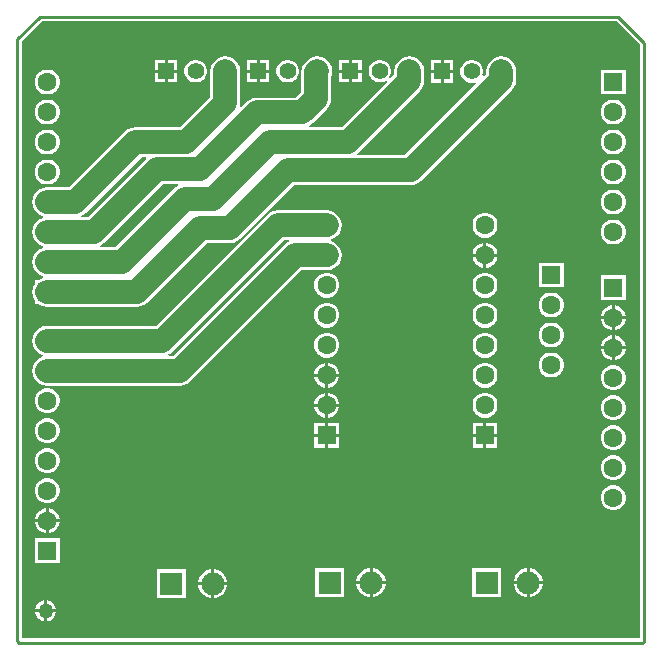
<source format=gbr>
G04*
G04 #@! TF.GenerationSoftware,Altium Limited,Altium Designer,22.4.2 (48)*
G04*
G04 Layer_Physical_Order=2*
G04 Layer_Color=16711680*
%FSLAX44Y44*%
%MOMM*%
G71*
G04*
G04 #@! TF.SameCoordinates,1039030C-265D-4712-A70C-599C82CECBD2*
G04*
G04*
G04 #@! TF.FilePolarity,Positive*
G04*
G01*
G75*
%ADD10C,2.0000*%
%ADD11C,1.6000*%
%ADD12R,1.6000X1.6000*%
%ADD13R,1.9500X1.9500*%
%ADD14C,1.9500*%
%ADD15C,1.4000*%
%ADD16R,1.4000X1.4000*%
%ADD17C,1.2700*%
%ADD18C,0.2540*%
G36*
X1277115Y1056391D02*
Y553885D01*
X753885D01*
Y1059391D01*
X770609Y1076115D01*
X1257391D01*
X1277115Y1056391D01*
D02*
G37*
%LPC*%
G36*
X885540Y1043540D02*
X877270D01*
Y1035270D01*
X885540D01*
Y1043540D01*
D02*
G37*
G36*
X874730D02*
X866460D01*
Y1035270D01*
X874730D01*
Y1043540D01*
D02*
G37*
G36*
X1041540Y1043540D02*
X1033270D01*
Y1035270D01*
X1041540D01*
Y1043540D01*
D02*
G37*
G36*
X1030730D02*
X1022460D01*
Y1035270D01*
X1030730D01*
Y1043540D01*
D02*
G37*
G36*
X963540D02*
X955270D01*
Y1035270D01*
X963540D01*
Y1043540D01*
D02*
G37*
G36*
X952730D02*
X944460D01*
Y1035270D01*
X952730D01*
Y1043540D01*
D02*
G37*
G36*
X1119270Y1043270D02*
X1111000D01*
Y1035000D01*
X1119270D01*
Y1043270D01*
D02*
G37*
G36*
X1108460D02*
X1100190D01*
Y1035000D01*
X1108460D01*
Y1043270D01*
D02*
G37*
G36*
X902255Y1043540D02*
X899744D01*
X897317Y1042890D01*
X895142Y1041634D01*
X893366Y1039858D01*
X892110Y1037682D01*
X891460Y1035256D01*
Y1032744D01*
X892110Y1030318D01*
X893366Y1028142D01*
X895142Y1026366D01*
X897317Y1025110D01*
X899744Y1024460D01*
X902255D01*
X904682Y1025110D01*
X906857Y1026366D01*
X908633Y1028142D01*
X909889Y1030318D01*
X910540Y1032744D01*
Y1035256D01*
X909889Y1037682D01*
X908633Y1039858D01*
X906857Y1041634D01*
X904682Y1042890D01*
X902255Y1043540D01*
D02*
G37*
G36*
X885540Y1032730D02*
X877270D01*
Y1024460D01*
X885540D01*
Y1032730D01*
D02*
G37*
G36*
X874730D02*
X866460D01*
Y1024460D01*
X874730D01*
Y1032730D01*
D02*
G37*
G36*
X1041540Y1032730D02*
X1033270D01*
Y1024460D01*
X1041540D01*
Y1032730D01*
D02*
G37*
G36*
X1030730D02*
X1022460D01*
Y1024460D01*
X1030730D01*
Y1032730D01*
D02*
G37*
G36*
X980256Y1043540D02*
X977744D01*
X975318Y1042890D01*
X973142Y1041634D01*
X971366Y1039858D01*
X970110Y1037682D01*
X969460Y1035256D01*
Y1032744D01*
X970110Y1030318D01*
X971366Y1028142D01*
X973142Y1026366D01*
X975318Y1025110D01*
X977744Y1024460D01*
X980256D01*
X982682Y1025110D01*
X984858Y1026366D01*
X986634Y1028142D01*
X987890Y1030318D01*
X988540Y1032744D01*
Y1035256D01*
X987890Y1037682D01*
X986634Y1039858D01*
X984858Y1041634D01*
X982682Y1042890D01*
X980256Y1043540D01*
D02*
G37*
G36*
X963540Y1032730D02*
X955270D01*
Y1024460D01*
X963540D01*
Y1032730D01*
D02*
G37*
G36*
X952730D02*
X944460D01*
Y1024460D01*
X952730D01*
Y1032730D01*
D02*
G37*
G36*
X1119270Y1032460D02*
X1111000D01*
Y1024190D01*
X1119270D01*
Y1032460D01*
D02*
G37*
G36*
X1108460D02*
X1100190D01*
Y1024190D01*
X1108460D01*
Y1032460D01*
D02*
G37*
G36*
X1265140Y1035340D02*
X1244060D01*
Y1014260D01*
X1265140D01*
Y1035340D01*
D02*
G37*
G36*
X776788D02*
X774012D01*
X771332Y1034622D01*
X768928Y1033234D01*
X766966Y1031272D01*
X765578Y1028868D01*
X764860Y1026188D01*
Y1023412D01*
X765578Y1020732D01*
X766966Y1018328D01*
X768928Y1016366D01*
X771332Y1014978D01*
X774012Y1014260D01*
X776788D01*
X779468Y1014978D01*
X781872Y1016366D01*
X783834Y1018328D01*
X785222Y1020732D01*
X785940Y1023412D01*
Y1026188D01*
X785222Y1028868D01*
X783834Y1031272D01*
X781872Y1033234D01*
X779468Y1034622D01*
X776788Y1035340D01*
D02*
G37*
G36*
X1255988Y1009940D02*
X1253212D01*
X1250532Y1009222D01*
X1248128Y1007834D01*
X1246166Y1005872D01*
X1244778Y1003468D01*
X1244060Y1000788D01*
Y998012D01*
X1244778Y995332D01*
X1246166Y992928D01*
X1248128Y990966D01*
X1250532Y989578D01*
X1253212Y988860D01*
X1255988D01*
X1258668Y989578D01*
X1261072Y990966D01*
X1263034Y992928D01*
X1264422Y995332D01*
X1265140Y998012D01*
Y1000788D01*
X1264422Y1003468D01*
X1263034Y1005872D01*
X1261072Y1007834D01*
X1258668Y1009222D01*
X1255988Y1009940D01*
D02*
G37*
G36*
X776788D02*
X774012D01*
X771332Y1009222D01*
X768928Y1007834D01*
X766966Y1005872D01*
X765578Y1003468D01*
X764860Y1000788D01*
Y998012D01*
X765578Y995332D01*
X766966Y992928D01*
X768928Y990966D01*
X771332Y989578D01*
X774012Y988860D01*
X776788D01*
X779468Y989578D01*
X781872Y990966D01*
X783834Y992928D01*
X785222Y995332D01*
X785940Y998012D01*
Y1000788D01*
X785222Y1003468D01*
X783834Y1005872D01*
X781872Y1007834D01*
X779468Y1009222D01*
X776788Y1009940D01*
D02*
G37*
G36*
X1255988Y984540D02*
X1253212D01*
X1250532Y983822D01*
X1248128Y982434D01*
X1246166Y980472D01*
X1244778Y978068D01*
X1244060Y975388D01*
Y972612D01*
X1244778Y969932D01*
X1246166Y967528D01*
X1248128Y965566D01*
X1250532Y964178D01*
X1253212Y963460D01*
X1255988D01*
X1258668Y964178D01*
X1261072Y965566D01*
X1263034Y967528D01*
X1264422Y969932D01*
X1265140Y972612D01*
Y975388D01*
X1264422Y978068D01*
X1263034Y980472D01*
X1261072Y982434D01*
X1258668Y983822D01*
X1255988Y984540D01*
D02*
G37*
G36*
X776788D02*
X774012D01*
X771332Y983822D01*
X768928Y982434D01*
X766966Y980472D01*
X765578Y978068D01*
X764860Y975388D01*
Y972612D01*
X765578Y969932D01*
X766966Y967528D01*
X768928Y965566D01*
X771332Y964178D01*
X774012Y963460D01*
X776788D01*
X779468Y964178D01*
X781872Y965566D01*
X783834Y967528D01*
X785222Y969932D01*
X785940Y972612D01*
Y975388D01*
X785222Y978068D01*
X783834Y980472D01*
X781872Y982434D01*
X779468Y983822D01*
X776788Y984540D01*
D02*
G37*
G36*
X1255988Y959140D02*
X1253212D01*
X1250532Y958422D01*
X1248128Y957034D01*
X1246166Y955072D01*
X1244778Y952668D01*
X1244060Y949988D01*
Y947212D01*
X1244778Y944532D01*
X1246166Y942128D01*
X1248128Y940166D01*
X1250532Y938778D01*
X1253212Y938060D01*
X1255988D01*
X1258668Y938778D01*
X1261072Y940166D01*
X1263034Y942128D01*
X1264422Y944532D01*
X1265140Y947212D01*
Y949988D01*
X1264422Y952668D01*
X1263034Y955072D01*
X1261072Y957034D01*
X1258668Y958422D01*
X1255988Y959140D01*
D02*
G37*
G36*
X776788D02*
X774012D01*
X771332Y958422D01*
X768928Y957034D01*
X766966Y955072D01*
X765578Y952668D01*
X764860Y949988D01*
Y947212D01*
X765578Y944532D01*
X766966Y942128D01*
X768928Y940166D01*
X771332Y938778D01*
X774012Y938060D01*
X776788D01*
X779468Y938778D01*
X781872Y940166D01*
X783834Y942128D01*
X785222Y944532D01*
X785940Y947212D01*
Y949988D01*
X785222Y952668D01*
X783834Y955072D01*
X781872Y957034D01*
X779468Y958422D01*
X776788Y959140D01*
D02*
G37*
G36*
X926000Y1046648D02*
X922726Y1046217D01*
X919676Y1044954D01*
X917056Y1042944D01*
X915046Y1040324D01*
X913783Y1037274D01*
X913352Y1034000D01*
Y1012239D01*
X887761Y986648D01*
X850000D01*
X846726Y986217D01*
X843676Y984954D01*
X841056Y982944D01*
X793961Y935848D01*
X775400D01*
X772126Y935417D01*
X769076Y934154D01*
X766456Y932144D01*
X764446Y929524D01*
X763183Y926474D01*
X762752Y923200D01*
X763183Y919926D01*
X764446Y916876D01*
X766456Y914256D01*
X769076Y912246D01*
X771633Y911187D01*
Y909813D01*
X769076Y908754D01*
X766456Y906744D01*
X764446Y904124D01*
X763183Y901074D01*
X762752Y897800D01*
X763183Y894526D01*
X764446Y891476D01*
X766456Y888856D01*
X769076Y886846D01*
X771633Y885787D01*
Y884413D01*
X769076Y883354D01*
X766456Y881344D01*
X764446Y878724D01*
X763183Y875674D01*
X762752Y872400D01*
X763183Y869126D01*
X764446Y866076D01*
X766456Y863456D01*
X769076Y861446D01*
X771633Y860387D01*
Y859013D01*
X769076Y857954D01*
X768537Y857540D01*
X764860D01*
Y853863D01*
X764446Y853324D01*
X763183Y850274D01*
X762752Y847000D01*
X763183Y843726D01*
X764446Y840676D01*
X764860Y840137D01*
Y836460D01*
X768537D01*
X769076Y836046D01*
X772126Y834783D01*
X775400Y834352D01*
X851000D01*
X851000Y834352D01*
X854274Y834783D01*
X857324Y836046D01*
X859944Y838056D01*
X910239Y888352D01*
X930000D01*
X930000Y888352D01*
X933274Y888783D01*
X936324Y890046D01*
X938944Y892056D01*
X984239Y937352D01*
X1083000D01*
X1083000Y937352D01*
X1086274Y937783D01*
X1089324Y939046D01*
X1091944Y941056D01*
X1168674Y1017787D01*
X1168674Y1017787D01*
X1170684Y1020406D01*
X1171948Y1023457D01*
X1172379Y1026730D01*
Y1033730D01*
X1171948Y1037004D01*
X1170684Y1040054D01*
X1168674Y1042674D01*
X1166055Y1044684D01*
X1163004Y1045947D01*
X1159730Y1046378D01*
X1156457Y1045947D01*
X1153406Y1044684D01*
X1150787Y1042674D01*
X1148777Y1040054D01*
X1147513Y1037004D01*
X1147082Y1033730D01*
Y1031970D01*
X1144852Y1029740D01*
X1143714Y1030397D01*
X1144270Y1032474D01*
Y1034986D01*
X1143620Y1037412D01*
X1142364Y1039588D01*
X1140588Y1041364D01*
X1138412Y1042620D01*
X1135986Y1043270D01*
X1133474D01*
X1131048Y1042620D01*
X1128873Y1041364D01*
X1127096Y1039588D01*
X1125840Y1037412D01*
X1125190Y1034986D01*
Y1032474D01*
X1125840Y1030048D01*
X1127096Y1027872D01*
X1128873Y1026096D01*
X1131048Y1024840D01*
X1133474Y1024190D01*
X1135986D01*
X1138063Y1024746D01*
X1138721Y1023608D01*
X1077761Y962648D01*
X1037891D01*
X1037460Y963918D01*
X1038944Y965056D01*
X1090943Y1017056D01*
X1090944Y1017056D01*
X1092954Y1019676D01*
X1094217Y1022726D01*
X1094648Y1026000D01*
X1094648Y1026000D01*
Y1034000D01*
X1094217Y1037274D01*
X1092954Y1040324D01*
X1090944Y1042944D01*
X1088324Y1044954D01*
X1085274Y1046217D01*
X1082000Y1046648D01*
X1078726Y1046217D01*
X1075676Y1044954D01*
X1073056Y1042944D01*
X1071046Y1040324D01*
X1069783Y1037274D01*
X1069352Y1034000D01*
Y1031239D01*
X1065890Y1027777D01*
X1064873Y1028557D01*
X1065890Y1030318D01*
X1066540Y1032744D01*
Y1035256D01*
X1065890Y1037682D01*
X1064634Y1039858D01*
X1062858Y1041634D01*
X1060683Y1042890D01*
X1058256Y1043540D01*
X1055744D01*
X1053318Y1042890D01*
X1051143Y1041634D01*
X1049366Y1039858D01*
X1048110Y1037682D01*
X1047460Y1035256D01*
Y1032744D01*
X1048110Y1030318D01*
X1049366Y1028142D01*
X1051143Y1026366D01*
X1053318Y1025110D01*
X1055744Y1024460D01*
X1058256D01*
X1060683Y1025110D01*
X1062443Y1026127D01*
X1063223Y1025111D01*
X1024761Y986648D01*
X997552D01*
X997299Y987918D01*
X997608Y988046D01*
X1000228Y990056D01*
X1011944Y1001772D01*
X1013954Y1004392D01*
X1015217Y1007442D01*
X1015648Y1010716D01*
X1015648Y1010716D01*
Y1029352D01*
X1016217Y1030726D01*
X1016648Y1034000D01*
X1016217Y1037274D01*
X1014954Y1040324D01*
X1012944Y1042944D01*
X1010324Y1044954D01*
X1007274Y1046217D01*
X1004000Y1046648D01*
X1000727Y1046217D01*
X997676Y1044954D01*
X995057Y1042944D01*
X994056Y1041943D01*
X992046Y1039324D01*
X990783Y1036273D01*
X990352Y1033000D01*
X990352Y1033000D01*
Y1015955D01*
X986045Y1011648D01*
X953000D01*
X953000Y1011648D01*
X949726Y1011217D01*
X946676Y1009954D01*
X944056Y1007944D01*
X939390Y1003278D01*
X938681Y1003549D01*
X938243Y1003927D01*
X938648Y1007000D01*
X938648Y1007000D01*
Y1034000D01*
X938217Y1037274D01*
X936954Y1040324D01*
X934943Y1042944D01*
X932324Y1044954D01*
X929273Y1046217D01*
X926000Y1046648D01*
D02*
G37*
G36*
X1255988Y933740D02*
X1253212D01*
X1250532Y933022D01*
X1248128Y931634D01*
X1246166Y929672D01*
X1244778Y927268D01*
X1244060Y924588D01*
Y921812D01*
X1244778Y919132D01*
X1246166Y916728D01*
X1248128Y914766D01*
X1250532Y913378D01*
X1253212Y912660D01*
X1255988D01*
X1258668Y913378D01*
X1261072Y914766D01*
X1263034Y916728D01*
X1264422Y919132D01*
X1265140Y921812D01*
Y924588D01*
X1264422Y927268D01*
X1263034Y929672D01*
X1261072Y931634D01*
X1258668Y933022D01*
X1255988Y933740D01*
D02*
G37*
G36*
X1147387Y914140D02*
X1144612D01*
X1141931Y913422D01*
X1139528Y912034D01*
X1137566Y910072D01*
X1136178Y907668D01*
X1135460Y904988D01*
Y902212D01*
X1136178Y899532D01*
X1137566Y897128D01*
X1139528Y895166D01*
X1141931Y893778D01*
X1144612Y893060D01*
X1147387D01*
X1150068Y893778D01*
X1152471Y895166D01*
X1154434Y897128D01*
X1155821Y899532D01*
X1156540Y902212D01*
Y904988D01*
X1155821Y907668D01*
X1154434Y910072D01*
X1152471Y912034D01*
X1150068Y913422D01*
X1147387Y914140D01*
D02*
G37*
G36*
X1255988Y908340D02*
X1253212D01*
X1250532Y907622D01*
X1248128Y906234D01*
X1246166Y904272D01*
X1244778Y901868D01*
X1244060Y899188D01*
Y896412D01*
X1244778Y893732D01*
X1246166Y891328D01*
X1248128Y889366D01*
X1250532Y887978D01*
X1253212Y887260D01*
X1255988D01*
X1258668Y887978D01*
X1261072Y889366D01*
X1263034Y891328D01*
X1264422Y893732D01*
X1265140Y896412D01*
Y899188D01*
X1264422Y901868D01*
X1263034Y904272D01*
X1261072Y906234D01*
X1258668Y907622D01*
X1255988Y908340D01*
D02*
G37*
G36*
X1147387Y888740D02*
X1147270D01*
Y879470D01*
X1156540D01*
Y879588D01*
X1155821Y882268D01*
X1154434Y884672D01*
X1152471Y886634D01*
X1150068Y888022D01*
X1147387Y888740D01*
D02*
G37*
G36*
X1144730D02*
X1144612D01*
X1141931Y888022D01*
X1139528Y886634D01*
X1137566Y884672D01*
X1136178Y882268D01*
X1135460Y879588D01*
Y879470D01*
X1144730D01*
Y888740D01*
D02*
G37*
G36*
X1156540Y876930D02*
X1147270D01*
Y867660D01*
X1147387D01*
X1150068Y868378D01*
X1152471Y869766D01*
X1154434Y871728D01*
X1155821Y874132D01*
X1156540Y876812D01*
Y876930D01*
D02*
G37*
G36*
X1144730D02*
X1135460D01*
Y876812D01*
X1136178Y874132D01*
X1137566Y871728D01*
X1139528Y869766D01*
X1141931Y868378D01*
X1144612Y867660D01*
X1144730D01*
Y876930D01*
D02*
G37*
G36*
X1212540Y871940D02*
X1191460D01*
Y850860D01*
X1212540D01*
Y871940D01*
D02*
G37*
G36*
X1147387Y863340D02*
X1144612D01*
X1141931Y862622D01*
X1139528Y861234D01*
X1137566Y859272D01*
X1136178Y856868D01*
X1135460Y854188D01*
Y851412D01*
X1136178Y848732D01*
X1137566Y846328D01*
X1139528Y844366D01*
X1141931Y842978D01*
X1144612Y842260D01*
X1147387D01*
X1150068Y842978D01*
X1152471Y844366D01*
X1154434Y846328D01*
X1155821Y848732D01*
X1156540Y851412D01*
Y854188D01*
X1155821Y856868D01*
X1154434Y859272D01*
X1152471Y861234D01*
X1150068Y862622D01*
X1147387Y863340D01*
D02*
G37*
G36*
X1013388D02*
X1010612D01*
X1007932Y862622D01*
X1005528Y861234D01*
X1003566Y859272D01*
X1002178Y856868D01*
X1001460Y854188D01*
Y851412D01*
X1002178Y848732D01*
X1003566Y846328D01*
X1005528Y844366D01*
X1007932Y842978D01*
X1010612Y842260D01*
X1013388D01*
X1016068Y842978D01*
X1018472Y844366D01*
X1020434Y846328D01*
X1021822Y848732D01*
X1022540Y851412D01*
Y854188D01*
X1021822Y856868D01*
X1020434Y859272D01*
X1018472Y861234D01*
X1016068Y862622D01*
X1013388Y863340D01*
D02*
G37*
G36*
X1265140Y861140D02*
X1244060D01*
Y840060D01*
X1265140D01*
Y861140D01*
D02*
G37*
G36*
X1255988Y835740D02*
X1255870D01*
Y826470D01*
X1265140D01*
Y826588D01*
X1264422Y829268D01*
X1263034Y831672D01*
X1261072Y833634D01*
X1258668Y835022D01*
X1255988Y835740D01*
D02*
G37*
G36*
X1253330D02*
X1253212D01*
X1250532Y835022D01*
X1248128Y833634D01*
X1246166Y831672D01*
X1244778Y829268D01*
X1244060Y826588D01*
Y826470D01*
X1253330D01*
Y835740D01*
D02*
G37*
G36*
X1203388Y846540D02*
X1200612D01*
X1197932Y845822D01*
X1195528Y844434D01*
X1193566Y842472D01*
X1192178Y840068D01*
X1191460Y837388D01*
Y834612D01*
X1192178Y831932D01*
X1193566Y829528D01*
X1195528Y827566D01*
X1197932Y826178D01*
X1200612Y825460D01*
X1203388D01*
X1206068Y826178D01*
X1208472Y827566D01*
X1210434Y829528D01*
X1211822Y831932D01*
X1212540Y834612D01*
Y837388D01*
X1211822Y840068D01*
X1210434Y842472D01*
X1208472Y844434D01*
X1206068Y845822D01*
X1203388Y846540D01*
D02*
G37*
G36*
X1147387Y837940D02*
X1144612D01*
X1141931Y837222D01*
X1139528Y835834D01*
X1137566Y833872D01*
X1136178Y831468D01*
X1135460Y828788D01*
Y826012D01*
X1136178Y823332D01*
X1137566Y820928D01*
X1139528Y818966D01*
X1141931Y817578D01*
X1144612Y816860D01*
X1147387D01*
X1150068Y817578D01*
X1152471Y818966D01*
X1154434Y820928D01*
X1155821Y823332D01*
X1156540Y826012D01*
Y828788D01*
X1155821Y831468D01*
X1154434Y833872D01*
X1152471Y835834D01*
X1150068Y837222D01*
X1147387Y837940D01*
D02*
G37*
G36*
X1013388D02*
X1010612D01*
X1007932Y837222D01*
X1005528Y835834D01*
X1003566Y833872D01*
X1002178Y831468D01*
X1001460Y828788D01*
Y826012D01*
X1002178Y823332D01*
X1003566Y820928D01*
X1005528Y818966D01*
X1007932Y817578D01*
X1010612Y816860D01*
X1013388D01*
X1016068Y817578D01*
X1018472Y818966D01*
X1020434Y820928D01*
X1021822Y823332D01*
X1022540Y826012D01*
Y828788D01*
X1021822Y831468D01*
X1020434Y833872D01*
X1018472Y835834D01*
X1016068Y837222D01*
X1013388Y837940D01*
D02*
G37*
G36*
X1265140Y823930D02*
X1255870D01*
Y814660D01*
X1255988D01*
X1258668Y815378D01*
X1261072Y816766D01*
X1263034Y818728D01*
X1264422Y821132D01*
X1265140Y823812D01*
Y823930D01*
D02*
G37*
G36*
X1253330D02*
X1244060D01*
Y823812D01*
X1244778Y821132D01*
X1246166Y818728D01*
X1248128Y816766D01*
X1250532Y815378D01*
X1253212Y814660D01*
X1253330D01*
Y823930D01*
D02*
G37*
G36*
X1255988Y810340D02*
X1255870D01*
Y801070D01*
X1265140D01*
Y801188D01*
X1264422Y803868D01*
X1263034Y806272D01*
X1261072Y808234D01*
X1258668Y809622D01*
X1255988Y810340D01*
D02*
G37*
G36*
X1253330D02*
X1253212D01*
X1250532Y809622D01*
X1248128Y808234D01*
X1246166Y806272D01*
X1244778Y803868D01*
X1244060Y801188D01*
Y801070D01*
X1253330D01*
Y810340D01*
D02*
G37*
G36*
X1203388Y821140D02*
X1200612D01*
X1197932Y820422D01*
X1195528Y819034D01*
X1193566Y817072D01*
X1192178Y814668D01*
X1191460Y811988D01*
Y809212D01*
X1192178Y806532D01*
X1193566Y804128D01*
X1195528Y802166D01*
X1197932Y800778D01*
X1200612Y800060D01*
X1203388D01*
X1206068Y800778D01*
X1208472Y802166D01*
X1210434Y804128D01*
X1211822Y806532D01*
X1212540Y809212D01*
Y811988D01*
X1211822Y814668D01*
X1210434Y817072D01*
X1208472Y819034D01*
X1206068Y820422D01*
X1203388Y821140D01*
D02*
G37*
G36*
X1147387Y812540D02*
X1144612D01*
X1141931Y811822D01*
X1139528Y810434D01*
X1137566Y808472D01*
X1136178Y806068D01*
X1135460Y803388D01*
Y800612D01*
X1136178Y797932D01*
X1137566Y795528D01*
X1139528Y793566D01*
X1141931Y792178D01*
X1144612Y791460D01*
X1147387D01*
X1150068Y792178D01*
X1152471Y793566D01*
X1154434Y795528D01*
X1155821Y797932D01*
X1156540Y800612D01*
Y803388D01*
X1155821Y806068D01*
X1154434Y808472D01*
X1152471Y810434D01*
X1150068Y811822D01*
X1147387Y812540D01*
D02*
G37*
G36*
X1013388D02*
X1010612D01*
X1007932Y811822D01*
X1005528Y810434D01*
X1003566Y808472D01*
X1002178Y806068D01*
X1001460Y803388D01*
Y800612D01*
X1002178Y797932D01*
X1003566Y795528D01*
X1005528Y793566D01*
X1007932Y792178D01*
X1010612Y791460D01*
X1013388D01*
X1016068Y792178D01*
X1018472Y793566D01*
X1020434Y795528D01*
X1021822Y797932D01*
X1022540Y800612D01*
Y803388D01*
X1021822Y806068D01*
X1020434Y808472D01*
X1018472Y810434D01*
X1016068Y811822D01*
X1013388Y812540D01*
D02*
G37*
G36*
X1265140Y798530D02*
X1255870D01*
Y789260D01*
X1255988D01*
X1258668Y789978D01*
X1261072Y791366D01*
X1263034Y793328D01*
X1264422Y795732D01*
X1265140Y798412D01*
Y798530D01*
D02*
G37*
G36*
X1253330D02*
X1244060D01*
Y798412D01*
X1244778Y795732D01*
X1246166Y793328D01*
X1248128Y791366D01*
X1250532Y789978D01*
X1253212Y789260D01*
X1253330D01*
Y798530D01*
D02*
G37*
G36*
X1013388Y787140D02*
X1013270D01*
Y777870D01*
X1022540D01*
Y777988D01*
X1021822Y780668D01*
X1020434Y783072D01*
X1018472Y785034D01*
X1016068Y786422D01*
X1013388Y787140D01*
D02*
G37*
G36*
X1010730D02*
X1010612D01*
X1007932Y786422D01*
X1005528Y785034D01*
X1003566Y783072D01*
X1002178Y780668D01*
X1001460Y777988D01*
Y777870D01*
X1010730D01*
Y787140D01*
D02*
G37*
G36*
X1203388Y795740D02*
X1200612D01*
X1197932Y795022D01*
X1195528Y793634D01*
X1193566Y791672D01*
X1192178Y789268D01*
X1191460Y786588D01*
Y783812D01*
X1192178Y781132D01*
X1193566Y778728D01*
X1195528Y776766D01*
X1197932Y775378D01*
X1200612Y774660D01*
X1203388D01*
X1206068Y775378D01*
X1208472Y776766D01*
X1210434Y778728D01*
X1211822Y781132D01*
X1212540Y783812D01*
Y786588D01*
X1211822Y789268D01*
X1210434Y791672D01*
X1208472Y793634D01*
X1206068Y795022D01*
X1203388Y795740D01*
D02*
G37*
G36*
X1012000Y916248D02*
X970600D01*
X967326Y915817D01*
X964276Y914554D01*
X961656Y912544D01*
X961656Y912543D01*
X867561Y818448D01*
X775400D01*
X772126Y818017D01*
X769076Y816754D01*
X766456Y814744D01*
X764446Y812124D01*
X763183Y809074D01*
X762752Y805800D01*
X763183Y802526D01*
X764446Y799476D01*
X766456Y796856D01*
X769076Y794846D01*
X771633Y793787D01*
Y792413D01*
X769076Y791354D01*
X766456Y789344D01*
X764446Y786724D01*
X763183Y783674D01*
X762752Y780400D01*
X763183Y777126D01*
X764446Y774076D01*
X766456Y771456D01*
X769076Y769446D01*
X772126Y768183D01*
X775400Y767752D01*
X887400D01*
X887400Y767752D01*
X890674Y768183D01*
X893724Y769446D01*
X896344Y771456D01*
X990439Y865552D01*
X1012000D01*
X1015274Y865983D01*
X1018324Y867246D01*
X1020944Y869256D01*
X1022954Y871876D01*
X1024217Y874926D01*
X1024648Y878200D01*
X1024217Y881474D01*
X1022954Y884524D01*
X1020944Y887144D01*
X1018324Y889154D01*
X1015767Y890213D01*
Y891587D01*
X1018324Y892646D01*
X1020944Y894656D01*
X1022954Y897276D01*
X1024217Y900326D01*
X1024648Y903600D01*
X1024217Y906874D01*
X1022954Y909924D01*
X1020944Y912544D01*
X1018324Y914554D01*
X1015274Y915817D01*
X1012000Y916248D01*
D02*
G37*
G36*
X1147387Y787140D02*
X1144612D01*
X1141931Y786422D01*
X1139528Y785034D01*
X1137566Y783072D01*
X1136178Y780668D01*
X1135460Y777988D01*
Y775212D01*
X1136178Y772532D01*
X1137566Y770128D01*
X1139528Y768166D01*
X1141931Y766778D01*
X1144612Y766060D01*
X1147387D01*
X1150068Y766778D01*
X1152471Y768166D01*
X1154434Y770128D01*
X1155821Y772532D01*
X1156540Y775212D01*
Y777988D01*
X1155821Y780668D01*
X1154434Y783072D01*
X1152471Y785034D01*
X1150068Y786422D01*
X1147387Y787140D01*
D02*
G37*
G36*
X1022540Y775330D02*
X1013270D01*
Y766060D01*
X1013388D01*
X1016068Y766778D01*
X1018472Y768166D01*
X1020434Y770128D01*
X1021822Y772532D01*
X1022540Y775212D01*
Y775330D01*
D02*
G37*
G36*
X1010730D02*
X1001460D01*
Y775212D01*
X1002178Y772532D01*
X1003566Y770128D01*
X1005528Y768166D01*
X1007932Y766778D01*
X1010612Y766060D01*
X1010730D01*
Y775330D01*
D02*
G37*
G36*
X1255988Y784940D02*
X1253212D01*
X1250532Y784222D01*
X1248128Y782834D01*
X1246166Y780872D01*
X1244778Y778468D01*
X1244060Y775788D01*
Y773012D01*
X1244778Y770332D01*
X1246166Y767928D01*
X1248128Y765966D01*
X1250532Y764578D01*
X1253212Y763860D01*
X1255988D01*
X1258668Y764578D01*
X1261072Y765966D01*
X1263034Y767928D01*
X1264422Y770332D01*
X1265140Y773012D01*
Y775788D01*
X1264422Y778468D01*
X1263034Y780872D01*
X1261072Y782834D01*
X1258668Y784222D01*
X1255988Y784940D01*
D02*
G37*
G36*
X1013388Y761740D02*
X1013270D01*
Y752470D01*
X1022540D01*
Y752588D01*
X1021822Y755268D01*
X1020434Y757672D01*
X1018472Y759634D01*
X1016068Y761022D01*
X1013388Y761740D01*
D02*
G37*
G36*
X1010730D02*
X1010612D01*
X1007932Y761022D01*
X1005528Y759634D01*
X1003566Y757672D01*
X1002178Y755268D01*
X1001460Y752588D01*
Y752470D01*
X1010730D01*
Y761740D01*
D02*
G37*
G36*
X776788Y765540D02*
X774012D01*
X771332Y764822D01*
X768928Y763434D01*
X766966Y761472D01*
X765578Y759068D01*
X764860Y756388D01*
Y753612D01*
X765578Y750932D01*
X766966Y748528D01*
X768928Y746566D01*
X771332Y745178D01*
X774012Y744460D01*
X776788D01*
X779468Y745178D01*
X781872Y746566D01*
X783834Y748528D01*
X785222Y750932D01*
X785940Y753612D01*
Y756388D01*
X785222Y759068D01*
X783834Y761472D01*
X781872Y763434D01*
X779468Y764822D01*
X776788Y765540D01*
D02*
G37*
G36*
X1147387Y761740D02*
X1144612D01*
X1141931Y761022D01*
X1139528Y759634D01*
X1137566Y757672D01*
X1136178Y755268D01*
X1135460Y752588D01*
Y749812D01*
X1136178Y747132D01*
X1137566Y744728D01*
X1139528Y742766D01*
X1141931Y741378D01*
X1144612Y740660D01*
X1147387D01*
X1150068Y741378D01*
X1152471Y742766D01*
X1154434Y744728D01*
X1155821Y747132D01*
X1156540Y749812D01*
Y752588D01*
X1155821Y755268D01*
X1154434Y757672D01*
X1152471Y759634D01*
X1150068Y761022D01*
X1147387Y761740D01*
D02*
G37*
G36*
X1022540Y749930D02*
X1013270D01*
Y740660D01*
X1013388D01*
X1016068Y741378D01*
X1018472Y742766D01*
X1020434Y744728D01*
X1021822Y747132D01*
X1022540Y749812D01*
Y749930D01*
D02*
G37*
G36*
X1010730D02*
X1001460D01*
Y749812D01*
X1002178Y747132D01*
X1003566Y744728D01*
X1005528Y742766D01*
X1007932Y741378D01*
X1010612Y740660D01*
X1010730D01*
Y749930D01*
D02*
G37*
G36*
X1255988Y759540D02*
X1253212D01*
X1250532Y758822D01*
X1248128Y757434D01*
X1246166Y755472D01*
X1244778Y753068D01*
X1244060Y750388D01*
Y747612D01*
X1244778Y744932D01*
X1246166Y742528D01*
X1248128Y740566D01*
X1250532Y739178D01*
X1253212Y738460D01*
X1255988D01*
X1258668Y739178D01*
X1261072Y740566D01*
X1263034Y742528D01*
X1264422Y744932D01*
X1265140Y747612D01*
Y750388D01*
X1264422Y753068D01*
X1263034Y755472D01*
X1261072Y757434D01*
X1258668Y758822D01*
X1255988Y759540D01*
D02*
G37*
G36*
X1156540Y736340D02*
X1147270D01*
Y727070D01*
X1156540D01*
Y736340D01*
D02*
G37*
G36*
X1144730D02*
X1135460D01*
Y727070D01*
X1144730D01*
Y736340D01*
D02*
G37*
G36*
X1022540D02*
X1013270D01*
Y727070D01*
X1022540D01*
Y736340D01*
D02*
G37*
G36*
X1010730D02*
X1001460D01*
Y727070D01*
X1010730D01*
Y736340D01*
D02*
G37*
G36*
X776788Y740140D02*
X774012D01*
X771332Y739422D01*
X768928Y738034D01*
X766966Y736072D01*
X765578Y733668D01*
X764860Y730988D01*
Y728212D01*
X765578Y725532D01*
X766966Y723128D01*
X768928Y721166D01*
X771332Y719778D01*
X774012Y719060D01*
X776788D01*
X779468Y719778D01*
X781872Y721166D01*
X783834Y723128D01*
X785222Y725532D01*
X785940Y728212D01*
Y730988D01*
X785222Y733668D01*
X783834Y736072D01*
X781872Y738034D01*
X779468Y739422D01*
X776788Y740140D01*
D02*
G37*
G36*
X1156540Y724530D02*
X1147270D01*
Y715260D01*
X1156540D01*
Y724530D01*
D02*
G37*
G36*
X1144730D02*
X1135460D01*
Y715260D01*
X1144730D01*
Y724530D01*
D02*
G37*
G36*
X1022540Y724530D02*
X1013270D01*
Y715260D01*
X1022540D01*
Y724530D01*
D02*
G37*
G36*
X1010730D02*
X1001460D01*
Y715260D01*
X1010730D01*
Y724530D01*
D02*
G37*
G36*
X1255988Y734140D02*
X1253212D01*
X1250532Y733422D01*
X1248128Y732034D01*
X1246166Y730072D01*
X1244778Y727668D01*
X1244060Y724988D01*
Y722212D01*
X1244778Y719532D01*
X1246166Y717128D01*
X1248128Y715166D01*
X1250532Y713778D01*
X1253212Y713060D01*
X1255988D01*
X1258668Y713778D01*
X1261072Y715166D01*
X1263034Y717128D01*
X1264422Y719532D01*
X1265140Y722212D01*
Y724988D01*
X1264422Y727668D01*
X1263034Y730072D01*
X1261072Y732034D01*
X1258668Y733422D01*
X1255988Y734140D01*
D02*
G37*
G36*
X776788Y714740D02*
X774012D01*
X771332Y714022D01*
X768928Y712634D01*
X766966Y710672D01*
X765578Y708268D01*
X764860Y705588D01*
Y702812D01*
X765578Y700132D01*
X766966Y697728D01*
X768928Y695766D01*
X771332Y694378D01*
X774012Y693660D01*
X776788D01*
X779468Y694378D01*
X781872Y695766D01*
X783834Y697728D01*
X785222Y700132D01*
X785940Y702812D01*
Y705588D01*
X785222Y708268D01*
X783834Y710672D01*
X781872Y712634D01*
X779468Y714022D01*
X776788Y714740D01*
D02*
G37*
G36*
X1255988Y708740D02*
X1253212D01*
X1250532Y708022D01*
X1248128Y706634D01*
X1246166Y704672D01*
X1244778Y702268D01*
X1244060Y699588D01*
Y696812D01*
X1244778Y694132D01*
X1246166Y691728D01*
X1248128Y689766D01*
X1250532Y688378D01*
X1253212Y687660D01*
X1255988D01*
X1258668Y688378D01*
X1261072Y689766D01*
X1263034Y691728D01*
X1264422Y694132D01*
X1265140Y696812D01*
Y699588D01*
X1264422Y702268D01*
X1263034Y704672D01*
X1261072Y706634D01*
X1258668Y708022D01*
X1255988Y708740D01*
D02*
G37*
G36*
X776788Y689340D02*
X774012D01*
X771332Y688622D01*
X768928Y687234D01*
X766966Y685272D01*
X765578Y682868D01*
X764860Y680188D01*
Y677412D01*
X765578Y674732D01*
X766966Y672328D01*
X768928Y670366D01*
X771332Y668978D01*
X774012Y668260D01*
X776788D01*
X779468Y668978D01*
X781872Y670366D01*
X783834Y672328D01*
X785222Y674732D01*
X785940Y677412D01*
Y680188D01*
X785222Y682868D01*
X783834Y685272D01*
X781872Y687234D01*
X779468Y688622D01*
X776788Y689340D01*
D02*
G37*
G36*
X1255988Y683340D02*
X1253212D01*
X1250532Y682622D01*
X1248128Y681234D01*
X1246166Y679272D01*
X1244778Y676868D01*
X1244060Y674188D01*
Y671412D01*
X1244778Y668732D01*
X1246166Y666328D01*
X1248128Y664366D01*
X1250532Y662978D01*
X1253212Y662260D01*
X1255988D01*
X1258668Y662978D01*
X1261072Y664366D01*
X1263034Y666328D01*
X1264422Y668732D01*
X1265140Y671412D01*
Y674188D01*
X1264422Y676868D01*
X1263034Y679272D01*
X1261072Y681234D01*
X1258668Y682622D01*
X1255988Y683340D01*
D02*
G37*
G36*
X776788Y663940D02*
X776670D01*
Y654670D01*
X785940D01*
Y654788D01*
X785222Y657468D01*
X783834Y659872D01*
X781872Y661834D01*
X779468Y663222D01*
X776788Y663940D01*
D02*
G37*
G36*
X774130D02*
X774012D01*
X771332Y663222D01*
X768928Y661834D01*
X766966Y659872D01*
X765578Y657468D01*
X764860Y654788D01*
Y654670D01*
X774130D01*
Y663940D01*
D02*
G37*
G36*
X785940Y652130D02*
X776670D01*
Y642860D01*
X776788D01*
X779468Y643578D01*
X781872Y644966D01*
X783834Y646928D01*
X785222Y649332D01*
X785940Y652012D01*
Y652130D01*
D02*
G37*
G36*
X774130D02*
X764860D01*
Y652012D01*
X765578Y649332D01*
X766966Y646928D01*
X768928Y644966D01*
X771332Y643578D01*
X774012Y642860D01*
X774130D01*
Y652130D01*
D02*
G37*
G36*
X785940Y638540D02*
X764860D01*
Y617460D01*
X785940D01*
Y638540D01*
D02*
G37*
G36*
X1184118Y613290D02*
X1183770D01*
Y602270D01*
X1194790D01*
Y602618D01*
X1193952Y605744D01*
X1192334Y608546D01*
X1190046Y610835D01*
X1187244Y612453D01*
X1184118Y613290D01*
D02*
G37*
G36*
X1181230D02*
X1180882D01*
X1177756Y612453D01*
X1174954Y610835D01*
X1172665Y608546D01*
X1171048Y605744D01*
X1170210Y602618D01*
Y602270D01*
X1181230D01*
Y613290D01*
D02*
G37*
G36*
X1051118D02*
X1050770D01*
Y602270D01*
X1061790D01*
Y602618D01*
X1060953Y605744D01*
X1059335Y608546D01*
X1057047Y610835D01*
X1054244Y612453D01*
X1051118Y613290D01*
D02*
G37*
G36*
X1048230D02*
X1047882D01*
X1044756Y612453D01*
X1041954Y610835D01*
X1039666Y608546D01*
X1038048Y605744D01*
X1037210Y602618D01*
Y602270D01*
X1048230D01*
Y613290D01*
D02*
G37*
G36*
X917118Y612290D02*
X916770D01*
Y601270D01*
X927790D01*
Y601618D01*
X926953Y604744D01*
X925335Y607546D01*
X923046Y609835D01*
X920244Y611453D01*
X917118Y612290D01*
D02*
G37*
G36*
X914230D02*
X913882D01*
X910757Y611453D01*
X907954Y609835D01*
X905666Y607546D01*
X904048Y604744D01*
X903210Y601618D01*
Y601270D01*
X914230D01*
Y612290D01*
D02*
G37*
G36*
X1194790Y599730D02*
X1183770D01*
Y588710D01*
X1184118D01*
X1187244Y589548D01*
X1190046Y591166D01*
X1192334Y593454D01*
X1193952Y596256D01*
X1194790Y599382D01*
Y599730D01*
D02*
G37*
G36*
X1181230D02*
X1170210D01*
Y599382D01*
X1171048Y596256D01*
X1172665Y593454D01*
X1174954Y591166D01*
X1177756Y589548D01*
X1180882Y588710D01*
X1181230D01*
Y599730D01*
D02*
G37*
G36*
X1159790Y613290D02*
X1135210D01*
Y588710D01*
X1159790D01*
Y613290D01*
D02*
G37*
G36*
X1061790Y599730D02*
X1050770D01*
Y588710D01*
X1051118D01*
X1054244Y589548D01*
X1057047Y591166D01*
X1059335Y593454D01*
X1060953Y596256D01*
X1061790Y599382D01*
Y599730D01*
D02*
G37*
G36*
X1048230D02*
X1037210D01*
Y599382D01*
X1038048Y596256D01*
X1039666Y593454D01*
X1041954Y591166D01*
X1044756Y589548D01*
X1047882Y588710D01*
X1048230D01*
Y599730D01*
D02*
G37*
G36*
X1026790Y613290D02*
X1002210D01*
Y588710D01*
X1026790D01*
Y613290D01*
D02*
G37*
G36*
X927790Y598730D02*
X916770D01*
Y587710D01*
X917118D01*
X920244Y588548D01*
X923046Y590166D01*
X925335Y592454D01*
X926953Y595256D01*
X927790Y598382D01*
Y598730D01*
D02*
G37*
G36*
X914230D02*
X903210D01*
Y598382D01*
X904048Y595256D01*
X905666Y592454D01*
X907954Y590166D01*
X910757Y588548D01*
X913882Y587710D01*
X914230D01*
Y598730D01*
D02*
G37*
G36*
X892790Y612290D02*
X868210D01*
Y587710D01*
X892790D01*
Y612290D01*
D02*
G37*
G36*
X775270Y585863D02*
Y578270D01*
X782863D01*
X782284Y580431D01*
X781114Y582459D01*
X779459Y584114D01*
X777431Y585284D01*
X775270Y585863D01*
D02*
G37*
G36*
X772730D02*
X770569Y585284D01*
X768541Y584114D01*
X766886Y582459D01*
X765716Y580431D01*
X765137Y578270D01*
X772730D01*
Y585863D01*
D02*
G37*
G36*
X782863Y575730D02*
X775270D01*
Y568137D01*
X777431Y568716D01*
X779459Y569886D01*
X781114Y571541D01*
X782284Y573569D01*
X782863Y575730D01*
D02*
G37*
G36*
X772730D02*
X765137D01*
X765716Y573569D01*
X766886Y571541D01*
X768541Y569886D01*
X770569Y568716D01*
X772730Y568137D01*
Y575730D01*
D02*
G37*
%LPD*%
G36*
X859324Y960149D02*
X859056Y959944D01*
X859056Y959943D01*
X809561Y910448D01*
X804502D01*
X804249Y911718D01*
X805524Y912246D01*
X808144Y914256D01*
X855239Y961352D01*
X858916D01*
X859324Y960149D01*
D02*
G37*
G36*
X885985Y937082D02*
X885676Y936954D01*
X883056Y934944D01*
X883056Y934943D01*
X833161Y885048D01*
X820102D01*
X819849Y886318D01*
X821124Y886846D01*
X823744Y888856D01*
X873239Y938352D01*
X885733D01*
X885985Y937082D01*
D02*
G37*
G36*
X980151Y889682D02*
X978876Y889154D01*
X976256Y887144D01*
X976256Y887143D01*
X882161Y793048D01*
X878102D01*
X877849Y794318D01*
X879124Y794846D01*
X881744Y796856D01*
X975839Y890952D01*
X979898D01*
X980151Y889682D01*
D02*
G37*
D10*
X775400Y805800D02*
X872800D01*
X970600Y903600D01*
X775400Y780400D02*
X887400D01*
X985200Y878200D02*
X1012000D01*
X887400Y780400D02*
X985200Y878200D01*
X970600Y903600D02*
X1012000D01*
X905000Y901000D02*
X930000D01*
X775400Y847000D02*
X851000D01*
X905000Y901000D01*
X930000D02*
X979000Y950000D01*
X1083000D01*
X1159730Y1026730D01*
X892000Y926000D02*
X916000D01*
X964000Y974000D01*
X838400Y872400D02*
X892000Y926000D01*
X964000Y974000D02*
X1030000D01*
X905000Y951000D02*
X953000Y999000D01*
X868000Y951000D02*
X905000D01*
X953000Y999000D02*
X991284D01*
X814800Y897800D02*
X868000Y951000D01*
X1159730Y1026730D02*
Y1033730D01*
X1030000Y974000D02*
X1082000Y1026000D01*
Y1034000D01*
X775400Y872400D02*
X838400D01*
X1003000Y1033000D02*
X1004000Y1034000D01*
X1003000Y1010716D02*
Y1033000D01*
X991284Y999000D02*
X1003000Y1010716D01*
X775400Y897800D02*
X814800D01*
X775400Y923200D02*
X799200D01*
X850000Y974000D01*
X893000D01*
X926000Y1007000D02*
Y1034000D01*
X893000Y974000D02*
X926000Y1007000D01*
D11*
X1012000Y903600D02*
D03*
Y878200D02*
D03*
Y827400D02*
D03*
Y776600D02*
D03*
Y751200D02*
D03*
Y802000D02*
D03*
Y852800D02*
D03*
X1146000Y903600D02*
D03*
Y878200D02*
D03*
Y827400D02*
D03*
Y776600D02*
D03*
Y751200D02*
D03*
Y802000D02*
D03*
Y852800D02*
D03*
X775400Y755000D02*
D03*
Y704200D02*
D03*
Y653400D02*
D03*
Y678800D02*
D03*
Y729600D02*
D03*
Y780400D02*
D03*
Y805800D02*
D03*
X1254600Y723600D02*
D03*
Y774400D02*
D03*
Y825200D02*
D03*
Y799800D02*
D03*
Y749000D02*
D03*
Y698200D02*
D03*
Y672800D02*
D03*
Y897800D02*
D03*
Y923200D02*
D03*
Y974000D02*
D03*
Y999400D02*
D03*
Y948600D02*
D03*
X775400Y974000D02*
D03*
Y923200D02*
D03*
Y872400D02*
D03*
Y897800D02*
D03*
Y948600D02*
D03*
Y999400D02*
D03*
Y1024800D02*
D03*
X1202000Y836000D02*
D03*
Y810600D02*
D03*
Y785200D02*
D03*
D12*
X1012000Y725800D02*
D03*
X1146000D02*
D03*
X775400Y628000D02*
D03*
X1254600Y850600D02*
D03*
Y1024800D02*
D03*
X775400Y847000D02*
D03*
X1202000Y861400D02*
D03*
D13*
X1147500Y601000D02*
D03*
X880500Y600000D02*
D03*
X1014500Y601000D02*
D03*
D14*
X1182500D02*
D03*
X915500Y600000D02*
D03*
X1049500Y601000D02*
D03*
D15*
X901000Y1034000D02*
D03*
X926000D02*
D03*
X1134730Y1033730D02*
D03*
X1159730D02*
D03*
X979000Y1034000D02*
D03*
X1004000D02*
D03*
X1057000D02*
D03*
X1082000D02*
D03*
D16*
X876000Y1034000D02*
D03*
X1109730Y1033730D02*
D03*
X954000Y1034000D02*
D03*
X1032000D02*
D03*
D17*
X774000Y577000D02*
D03*
D18*
X750000Y551488D02*
Y1061000D01*
X1281000Y551488D02*
Y1058000D01*
X1279512Y550000D02*
X1281000Y551488D01*
X751488Y550000D02*
X1279512D01*
X750000Y551488D02*
X751488Y550000D01*
X1259000Y1080000D02*
X1281000Y1058000D01*
X769000Y1080000D02*
X1259000D01*
X750000Y1061000D02*
X769000Y1080000D01*
X1254600Y846600D02*
Y850600D01*
M02*

</source>
